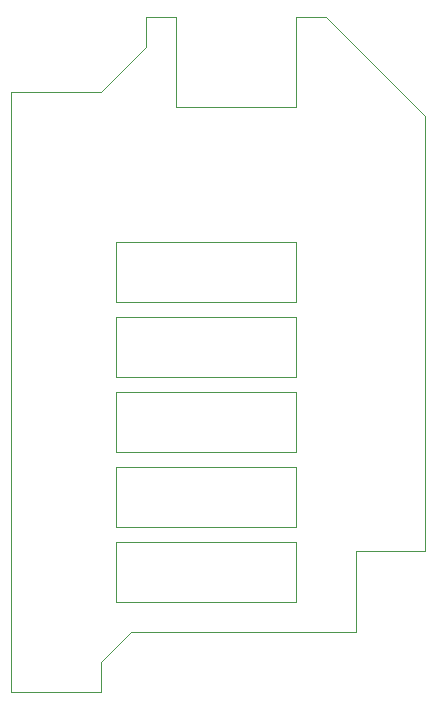
<source format=gbr>
%TF.GenerationSoftware,KiCad,Pcbnew,6.0.0*%
%TF.CreationDate,2022-01-18T19:01:37-05:00*%
%TF.ProjectId,G2_Testpoints_FFC,47325f54-6573-4747-906f-696e74735f46,rev?*%
%TF.SameCoordinates,Original*%
%TF.FileFunction,Profile,NP*%
%FSLAX46Y46*%
G04 Gerber Fmt 4.6, Leading zero omitted, Abs format (unit mm)*
G04 Created by KiCad (PCBNEW 6.0.0) date 2022-01-18 19:01:37*
%MOMM*%
%LPD*%
G01*
G04 APERTURE LIST*
%TA.AperFunction,Profile*%
%ADD10C,0.100000*%
%TD*%
G04 APERTURE END LIST*
D10*
X157480000Y-115570000D02*
X157480000Y-108712000D01*
X139700000Y-63500000D02*
X139700000Y-66040000D01*
X163322000Y-108712000D02*
X157480000Y-108712000D01*
X138430000Y-115570000D02*
X135890000Y-118110000D01*
X154940000Y-63500000D02*
X163322000Y-71882000D01*
X152400000Y-63500000D02*
X154940000Y-63500000D01*
X152400000Y-71120000D02*
X152400000Y-63500000D01*
X135890000Y-69850000D02*
X128270000Y-69850000D01*
X135890000Y-69850000D02*
X139700000Y-66040000D01*
X142240000Y-63500000D02*
X139700000Y-63500000D01*
X142240000Y-71120000D02*
X142240000Y-63500000D01*
X142240000Y-71120000D02*
X152400000Y-71120000D01*
X128270000Y-120650000D02*
X128270000Y-69850000D01*
X135890000Y-120650000D02*
X128270000Y-120650000D01*
X135890000Y-118110000D02*
X135890000Y-120650000D01*
X157480000Y-115570000D02*
X138430000Y-115570000D01*
X163322000Y-71882000D02*
X163322000Y-108712000D01*
X137160000Y-101600000D02*
X152400000Y-101600000D01*
X152400000Y-101600000D02*
X152400000Y-106680000D01*
X152400000Y-106680000D02*
X137160000Y-106680000D01*
X137160000Y-106680000D02*
X137160000Y-101600000D01*
X137160000Y-88900000D02*
X152400000Y-88900000D01*
X152400000Y-88900000D02*
X152400000Y-93980000D01*
X152400000Y-93980000D02*
X137160000Y-93980000D01*
X137160000Y-93980000D02*
X137160000Y-88900000D01*
X137160000Y-107950000D02*
X152400000Y-107950000D01*
X152400000Y-107950000D02*
X152400000Y-113030000D01*
X152400000Y-113030000D02*
X137160000Y-113030000D01*
X137160000Y-113030000D02*
X137160000Y-107950000D01*
X137160000Y-95250000D02*
X152400000Y-95250000D01*
X152400000Y-95250000D02*
X152400000Y-100330000D01*
X152400000Y-100330000D02*
X137160000Y-100330000D01*
X137160000Y-100330000D02*
X137160000Y-95250000D01*
X137160000Y-82550000D02*
X152400000Y-82550000D01*
X152400000Y-82550000D02*
X152400000Y-87630000D01*
X152400000Y-87630000D02*
X137160000Y-87630000D01*
X137160000Y-87630000D02*
X137160000Y-82550000D01*
M02*

</source>
